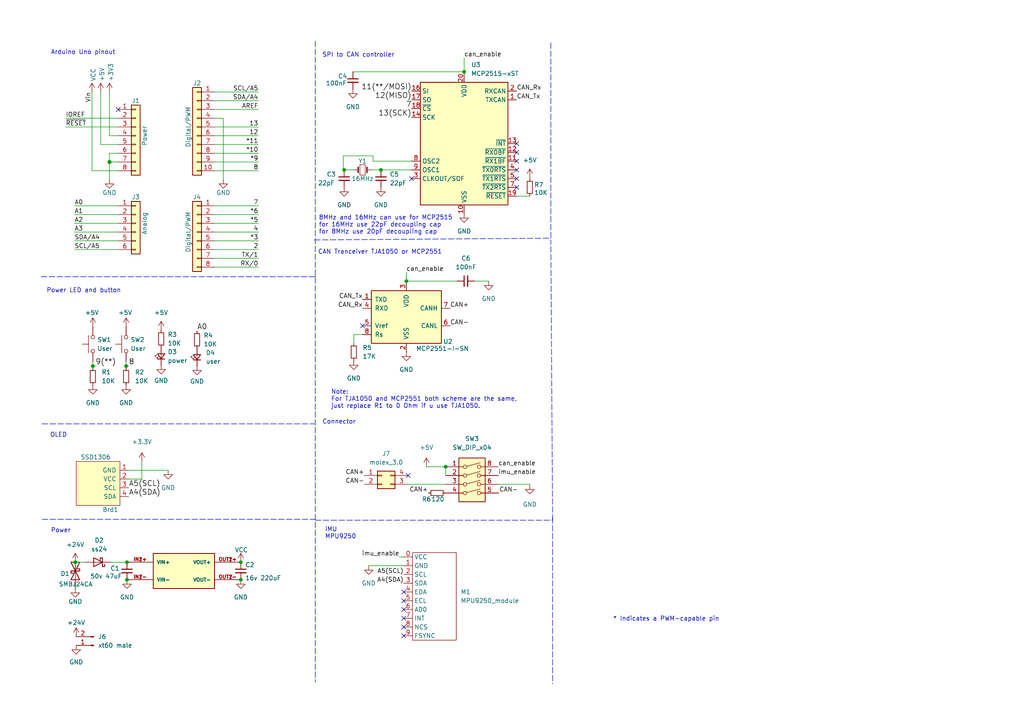
<source format=kicad_sch>
(kicad_sch (version 20211123) (generator eeschema)
  (paper "A4")
  (title_block (date "mar. 31 mars 2015"))
  (lib_symbols
    (symbol "+3.3V_1" (power) (pin_names (offset 0))
      (property "Value" "+3.3V_1" (at 0 3.556 0))
      (symbol "+3.3V_1_0_1"
        (polyline (pts (xy -0.762 1.27) (xy 0 2.54)))
        (polyline (pts (xy 0 0) (xy 0 2.54)))
        (polyline (pts (xy 0 2.54) (xy 0.762 1.27)))
      )
      (symbol "+3.3V_1_1_1"
        (pin power_in line (at 0 0 90) (length 0) hide (name "+3.3V") (number "1"))
      )
    )
    (symbol "Connector:Conn_01x02_Male" (pin_names (offset 1.016) hide)
      (property "Reference" "J" (at 0 2.54 0))
      (property "Value" "Conn_01x02_Male" (at 0 -5.08 0))
      (symbol "Conn_01x02_Male_1_1"
        (polyline (pts (xy 1.27 -2.54) (xy 0.8636 -2.54)) (stroke (width 0.1524)))
        (polyline (pts (xy 1.27 0) (xy 0.8636 0)) (stroke (width 0.1524)))
        (rectangle (start 0.8636 -2.413) (end 0 -2.667) (stroke (width 0.1524)) (fill (type outline)))
        (rectangle (start 0.8636 0.127) (end 0 -0.127) (stroke (width 0.1524)) (fill (type outline)))
        (pin passive line (at 5.08 0 180) (length 3.81) (name "Pin_1") (number "1"))
        (pin passive line (at 5.08 -2.54 180) (length 3.81) (name "Pin_2") (number "2"))
      )
    )
    (symbol "Connector_Generic:Conn_01x06" (pin_names (offset 1.016) hide)
      (property "Reference" "J" (at 0 7.62 0))
      (property "Value" "Conn_01x06" (at 0 -10.16 0))
      (symbol "Conn_01x06_1_1"
        (rectangle (start -1.27 -7.493) (end 0 -7.747) (stroke (width 0.1524)))
        (rectangle (start -1.27 -4.953) (end 0 -5.207) (stroke (width 0.1524)))
        (rectangle (start -1.27 -2.413) (end 0 -2.667) (stroke (width 0.1524)))
        (rectangle (start -1.27 0.127) (end 0 -0.127) (stroke (width 0.1524)))
        (rectangle (start -1.27 2.667) (end 0 2.413) (stroke (width 0.1524)))
        (rectangle (start -1.27 5.207) (end 0 4.953) (stroke (width 0.1524)))
        (rectangle (start -1.27 6.35) (end 1.27 -8.89) (stroke (width 0.254)) (fill (type background)))
        (pin passive line (at -5.08 5.08 0) (length 3.81) (name "Pin_1") (number "1"))
        (pin passive line (at -5.08 2.54 0) (length 3.81) (name "Pin_2") (number "2"))
        (pin passive line (at -5.08 0 0) (length 3.81) (name "Pin_3") (number "3"))
        (pin passive line (at -5.08 -2.54 0) (length 3.81) (name "Pin_4") (number "4"))
        (pin passive line (at -5.08 -5.08 0) (length 3.81) (name "Pin_5") (number "5"))
        (pin passive line (at -5.08 -7.62 0) (length 3.81) (name "Pin_6") (number "6"))
      )
    )
    (symbol "Connector_Generic:Conn_01x08" (pin_names (offset 1.016) hide)
      (property "Reference" "J" (at 0 10.16 0))
      (property "Value" "Conn_01x08" (at 0 -12.7 0))
      (symbol "Conn_01x08_1_1"
        (rectangle (start -1.27 -10.033) (end 0 -10.287) (stroke (width 0.1524)))
        (rectangle (start -1.27 -7.493) (end 0 -7.747) (stroke (width 0.1524)))
        (rectangle (start -1.27 -4.953) (end 0 -5.207) (stroke (width 0.1524)))
        (rectangle (start -1.27 -2.413) (end 0 -2.667) (stroke (width 0.1524)))
        (rectangle (start -1.27 0.127) (end 0 -0.127) (stroke (width 0.1524)))
        (rectangle (start -1.27 2.667) (end 0 2.413) (stroke (width 0.1524)))
        (rectangle (start -1.27 5.207) (end 0 4.953) (stroke (width 0.1524)))
        (rectangle (start -1.27 7.747) (end 0 7.493) (stroke (width 0.1524)))
        (rectangle (start -1.27 8.89) (end 1.27 -11.43) (stroke (width 0.254)) (fill (type background)))
        (pin passive line (at -5.08 7.62 0) (length 3.81) (name "Pin_1") (number "1"))
        (pin passive line (at -5.08 5.08 0) (length 3.81) (name "Pin_2") (number "2"))
        (pin passive line (at -5.08 2.54 0) (length 3.81) (name "Pin_3") (number "3"))
        (pin passive line (at -5.08 0 0) (length 3.81) (name "Pin_4") (number "4"))
        (pin passive line (at -5.08 -2.54 0) (length 3.81) (name "Pin_5") (number "5"))
        (pin passive line (at -5.08 -5.08 0) (length 3.81) (name "Pin_6") (number "6"))
        (pin passive line (at -5.08 -7.62 0) (length 3.81) (name "Pin_7") (number "7"))
        (pin passive line (at -5.08 -10.16 0) (length 3.81) (name "Pin_8") (number "8"))
      )
    )
    (symbol "Connector_Generic:Conn_01x10" (pin_names (offset 1.016) hide)
      (property "Reference" "J" (at 0 12.7 0))
      (property "Value" "Conn_01x10" (at 0 -15.24 0))
      (symbol "Conn_01x10_1_1"
        (rectangle (start -1.27 -12.573) (end 0 -12.827) (stroke (width 0.1524)))
        (rectangle (start -1.27 -10.033) (end 0 -10.287) (stroke (width 0.1524)))
        (rectangle (start -1.27 -7.493) (end 0 -7.747) (stroke (width 0.1524)))
        (rectangle (start -1.27 -4.953) (end 0 -5.207) (stroke (width 0.1524)))
        (rectangle (start -1.27 -2.413) (end 0 -2.667) (stroke (width 0.1524)))
        (rectangle (start -1.27 0.127) (end 0 -0.127) (stroke (width 0.1524)))
        (rectangle (start -1.27 2.667) (end 0 2.413) (stroke (width 0.1524)))
        (rectangle (start -1.27 5.207) (end 0 4.953) (stroke (width 0.1524)))
        (rectangle (start -1.27 7.747) (end 0 7.493) (stroke (width 0.1524)))
        (rectangle (start -1.27 10.287) (end 0 10.033) (stroke (width 0.1524)))
        (rectangle (start -1.27 11.43) (end 1.27 -13.97) (stroke (width 0.254)) (fill (type background)))
        (pin passive line (at -5.08 10.16 0) (length 3.81) (name "Pin_1") (number "1"))
        (pin passive line (at -5.08 -12.7 0) (length 3.81) (name "Pin_10") (number "10"))
        (pin passive line (at -5.08 7.62 0) (length 3.81) (name "Pin_2") (number "2"))
        (pin passive line (at -5.08 5.08 0) (length 3.81) (name "Pin_3") (number "3"))
        (pin passive line (at -5.08 2.54 0) (length 3.81) (name "Pin_4") (number "4"))
        (pin passive line (at -5.08 0 0) (length 3.81) (name "Pin_5") (number "5"))
        (pin passive line (at -5.08 -2.54 0) (length 3.81) (name "Pin_6") (number "6"))
        (pin passive line (at -5.08 -5.08 0) (length 3.81) (name "Pin_7") (number "7"))
        (pin passive line (at -5.08 -7.62 0) (length 3.81) (name "Pin_8") (number "8"))
        (pin passive line (at -5.08 -10.16 0) (length 3.81) (name "Pin_9") (number "9"))
      )
    )
    (symbol "Connector_Generic:Conn_02x02_Counter_Clockwise" (pin_names (offset 1.016) hide)
      (property "Reference" "J" (at 1.27 2.54 0))
      (property "Value" "Conn_02x02_Counter_Clockwise" (at 1.27 -5.08 0))
      (symbol "Conn_02x02_Counter_Clockwise_1_1"
        (rectangle (start -1.27 -2.413) (end 0 -2.667) (stroke (width 0.1524)))
        (rectangle (start -1.27 0.127) (end 0 -0.127) (stroke (width 0.1524)))
        (rectangle (start -1.27 1.27) (end 3.81 -3.81) (stroke (width 0.254)) (fill (type background)))
        (rectangle (start 3.81 -2.413) (end 2.54 -2.667) (stroke (width 0.1524)))
        (rectangle (start 3.81 0.127) (end 2.54 -0.127) (stroke (width 0.1524)))
        (pin passive line (at -5.08 0 0) (length 3.81) (name "Pin_1") (number "1"))
        (pin passive line (at -5.08 -2.54 0) (length 3.81) (name "Pin_2") (number "2"))
        (pin passive line (at 7.62 -2.54 180) (length 3.81) (name "Pin_3") (number "3"))
        (pin passive line (at 7.62 0 180) (length 3.81) (name "Pin_4") (number "4"))
      )
    )
    (symbol "D_Schottky_2" (pin_numbers hide) (pin_names (offset 1.016) hide)
      (property "Reference" "D7" (at 2.794 1.5876 90))
      (property "Value" "D_Schottky_2" (at 2.794 -0.9524 90))
      (symbol "D_Schottky_2_0_1"
        (polyline (pts (xy 1.27 0) (xy -1.27 0)))
        (polyline (pts (xy -3.81 -1.27) (xy -3.81 1.27) (xy -1.27 0) (xy -3.81 -1.27)) (stroke (width 0.254)))
        (polyline (pts (xy 1.27 1.27) (xy 1.27 -1.27) (xy -1.27 0) (xy 1.27 1.27)) (stroke (width 0.254)))
        (polyline (pts (xy -1.905 0.635) (xy -1.905 1.27) (xy -1.27 1.27) (xy -1.27 -1.27) (xy -0.635 -1.27) (xy -0.635 -0.635)) (stroke (width 0.254)))
      )
      (symbol "D_Schottky_2_1_1"
        (pin passive line (at -3.81 0 0) (length 2.54) (name "K") (number "1"))
        (pin passive line (at 3.81 0 180) (length 2.54) (name "A") (number "2"))
      )
    )
    (symbol "Device:C_Small" (pin_numbers hide) (pin_names (offset 0.254) hide)
      (property "Reference" "C" (at 0.254 1.778 0))
      (property "Value" "C_Small" (at 0.254 -2.032 0))
      (symbol "C_Small_0_1"
        (polyline (pts (xy -1.524 -0.508) (xy 1.524 -0.508)) (stroke (width 0.3302)))
        (polyline (pts (xy -1.524 0.508) (xy 1.524 0.508)) (stroke (width 0.3048)))
      )
      (symbol "C_Small_1_1"
        (pin passive line (at 0 2.54 270) (length 2.032) (name "~") (number "1"))
        (pin passive line (at 0 -2.54 90) (length 2.032) (name "~") (number "2"))
      )
    )
    (symbol "Device:Crystal_Small" (pin_numbers hide) (pin_names (offset 1.016) hide)
      (property "Reference" "Y" (at 0 2.54 0))
      (property "Value" "Crystal_Small" (at 0 -2.54 0))
      (symbol "Crystal_Small_0_1"
        (rectangle (start -0.762 -1.524) (end 0.762 1.524))
        (polyline (pts (xy -1.27 -0.762) (xy -1.27 0.762)) (stroke (width 0.381)))
        (polyline (pts (xy 1.27 -0.762) (xy 1.27 0.762)) (stroke (width 0.381)))
      )
      (symbol "Crystal_Small_1_1"
        (pin passive line (at -2.54 0 0) (length 1.27) (name "1") (number "1"))
        (pin passive line (at 2.54 0 180) (length 1.27) (name "2") (number "2"))
      )
    )
    (symbol "Device:D_Schottky" (pin_numbers hide) (pin_names (offset 1.016) hide)
      (property "Reference" "D" (at 0 2.54 0))
      (property "Value" "D_Schottky" (at 0 -2.54 0))
      (symbol "D_Schottky_0_1"
        (polyline (pts (xy 1.27 0) (xy -1.27 0)))
        (polyline (pts (xy 1.27 1.27) (xy 1.27 -1.27) (xy -1.27 0) (xy 1.27 1.27)) (stroke (width 0.254)))
        (polyline (pts (xy -1.905 0.635) (xy -1.905 1.27) (xy -1.27 1.27) (xy -1.27 -1.27) (xy -0.635 -1.27) (xy -0.635 -0.635)) (stroke (width 0.254)))
      )
      (symbol "D_Schottky_1_1"
        (pin passive line (at -3.81 0 0) (length 2.54) (name "K") (number "1"))
        (pin passive line (at 3.81 0 180) (length 2.54) (name "A") (number "2"))
      )
    )
    (symbol "Device:LED_Small" (pin_numbers hide) (pin_names (offset 0.254) hide)
      (property "Reference" "D" (at -1.27 3.175 0))
      (property "Value" "LED_Small" (at -4.445 -2.54 0))
      (symbol "LED_Small_0_1"
        (polyline (pts (xy -0.762 -1.016) (xy -0.762 1.016)) (stroke (width 0.254)))
        (polyline (pts (xy 1.016 0) (xy -0.762 0)))
        (polyline (pts (xy 0.762 -1.016) (xy -0.762 0) (xy 0.762 1.016) (xy 0.762 -1.016)) (stroke (width 0.254)))
        (polyline (pts (xy 0 0.762) (xy -0.508 1.27) (xy -0.254 1.27) (xy -0.508 1.27) (xy -0.508 1.016)))
        (polyline (pts (xy 0.508 1.27) (xy 0 1.778) (xy 0.254 1.778) (xy 0 1.778) (xy 0 1.524)))
      )
      (symbol "LED_Small_1_1"
        (pin passive line (at -2.54 0 0) (length 1.778) (name "K") (number "1"))
        (pin passive line (at 2.54 0 180) (length 1.778) (name "A") (number "2"))
      )
    )
    (symbol "Device:R_Small" (pin_numbers hide) (pin_names (offset 0.254) hide)
      (property "Reference" "R" (at 0.762 0.508 0))
      (property "Value" "R_Small" (at 0.762 -1.016 0))
      (symbol "R_Small_0_1"
        (rectangle (start -0.762 1.778) (end 0.762 -1.778) (stroke (width 0.2032)))
      )
      (symbol "R_Small_1_1"
        (pin passive line (at 0 2.54 270) (length 0.762) (name "~") (number "1"))
        (pin passive line (at 0 -2.54 90) (length 0.762) (name "~") (number "2"))
      )
    )
    (symbol "Interface_CAN_LIN:MCP2515-xST"
      (property "Reference" "U" (at -10.16 19.685 0))
      (property "Value" "MCP2515-xST" (at 19.05 20.32 0))
      (symbol "MCP2515-xST_0_1"
        (rectangle (start -12.7 17.78) (end 12.7 -17.78) (stroke (width 0.254)) (fill (type background)))
      )
      (symbol "MCP2515-xST_1_1"
        (pin output line (at 15.24 12.7 180) (length 2.54) (name "TXCAN") (number "1"))
        (pin power_in line (at 0 -20.32 90) (length 2.54) (name "VSS") (number "10"))
        (pin output line (at 15.24 -5.08 180) (length 2.54) (name "~{RX1BF}") (number "11"))
        (pin output line (at 15.24 -2.54 180) (length 2.54) (name "~{RX0BF}") (number "12"))
        (pin output line (at 15.24 0 180) (length 2.54) (name "~{INT}") (number "13"))
        (pin input line (at -15.24 7.62 0) (length 2.54) (name "SCK") (number "14"))
        (pin no_connect line (at -12.7 -2.54 0) (length 2.54) hide (name "NC") (number "15"))
        (pin input line (at -15.24 15.24 0) (length 2.54) (name "SI") (number "16"))
        (pin output line (at -15.24 12.7 0) (length 2.54) (name "SO") (number "17"))
        (pin input line (at -15.24 10.16 0) (length 2.54) (name "~{CS}") (number "18"))
        (pin input line (at 15.24 -15.24 180) (length 2.54) (name "~{RESET}") (number "19"))
        (pin input line (at 15.24 15.24 180) (length 2.54) (name "RXCAN") (number "2"))
        (pin power_in line (at 0 20.32 270) (length 2.54) (name "VDD") (number "20"))
        (pin output line (at -15.24 -10.16 0) (length 2.54) (name "CLKOUT/SOF") (number "3"))
        (pin input line (at 15.24 -7.62 180) (length 2.54) (name "~{TX0RTS}") (number "4"))
        (pin input line (at 15.24 -10.16 180) (length 2.54) (name "~{TX1RTS}") (number "5"))
        (pin no_connect line (at -12.7 0 0) (length 2.54) hide (name "NC") (number "6"))
        (pin input line (at 15.24 -12.7 180) (length 2.54) (name "~{TX2RTS}") (number "7"))
        (pin output line (at -15.24 -5.08 0) (length 2.54) (name "OSC2") (number "8"))
        (pin input line (at -15.24 -7.62 0) (length 2.54) (name "OSC1") (number "9"))
      )
    )
    (symbol "Interface_CAN_LIN:MCP2551-I-SN" (pin_names (offset 1.016))
      (property "Reference" "U" (at -10.16 8.89 0))
      (property "Value" "MCP2551-I-SN" (at 2.54 8.89 0))
      (symbol "MCP2551-I-SN_0_1"
        (rectangle (start -10.16 7.62) (end 10.16 -7.62) (stroke (width 0.254)) (fill (type background)))
      )
      (symbol "MCP2551-I-SN_1_1"
        (pin input line (at -12.7 5.08 0) (length 2.54) (name "TXD") (number "1"))
        (pin power_in line (at 0 -10.16 90) (length 2.54) (name "VSS") (number "2"))
        (pin power_in line (at 0 10.16 270) (length 2.54) (name "VDD") (number "3"))
        (pin output line (at -12.7 2.54 0) (length 2.54) (name "RXD") (number "4"))
        (pin power_out line (at -12.7 -2.54 0) (length 2.54) (name "Vref") (number "5"))
        (pin bidirectional line (at 12.7 -2.54 180) (length 2.54) (name "CANL") (number "6"))
        (pin bidirectional line (at 12.7 2.54 180) (length 2.54) (name "CANH") (number "7"))
        (pin input line (at -12.7 -5.08 0) (length 2.54) (name "Rs") (number "8"))
      )
    )
    (symbol "PolyuRobotics:MP1584" (pin_names (offset 1.016))
      (symbol "MP1584_0_0"
        (rectangle (start -7.62 -5.08) (end 10.16 5.08) (stroke (width 0.254)) (fill (type background)))
        (pin input line (at -15.24 2.54 0) (length 7.62) (name "VIN+") (number "IN1+"))
        (pin input line (at -15.24 -2.54 0) (length 7.62) (name "VIN-") (number "IN1-"))
        (pin input line (at -15.24 2.54 0) (length 7.62) (name "VIN+") (number "IN2+"))
        (pin input line (at -15.24 -2.54 0) (length 7.62) (name "VIN-") (number "IN2-"))
        (pin output line (at 17.78 2.54 180) (length 7.62) (name "VOUT+") (number "OUT1+"))
        (pin output line (at 17.78 -2.54 180) (length 7.62) (name "VOUT-") (number "OUT1-"))
        (pin output line (at 17.78 2.54 180) (length 7.62) (name "VOUT+") (number "OUT2+"))
        (pin output line (at 17.78 -2.54 180) (length 7.62) (name "VOUT-") (number "OUT2-"))
      )
    )
    (symbol "PolyuRobotics:MPU9250_module"
      (property "Reference" "M" (at 1.27 0 0))
      (property "Value" "MPU9250_module" (at 0 8.89 0))
      (symbol "MPU9250_module_0_1"
        (rectangle (start -6.35 7.62) (end 6.35 -17.78))
      )
      (symbol "MPU9250_module_1_1"
        (pin power_in line (at -8.89 6.35 0) (length 2.54) (name "VCC") (number "0"))
        (pin power_in line (at -8.89 3.81 0) (length 2.54) (name "GND") (number "1"))
        (pin bidirectional line (at -8.89 1.27 0) (length 2.54) (name "SCL") (number "2"))
        (pin bidirectional line (at -8.89 -1.27 0) (length 2.54) (name "SDA") (number "3"))
        (pin bidirectional line (at -8.89 -3.81 0) (length 2.54) (name "EDA") (number "4"))
        (pin bidirectional line (at -8.89 -6.35 0) (length 2.54) (name "ECL") (number "5"))
        (pin bidirectional line (at -8.89 -8.89 0) (length 2.54) (name "AD0") (number "6"))
        (pin bidirectional line (at -8.89 -11.43 0) (length 2.54) (name "INT") (number "7"))
        (pin bidirectional line (at -8.89 -13.97 0) (length 2.54) (name "NCS") (number "8"))
        (pin bidirectional line (at -8.89 -16.51 0) (length 2.54) (name "FSYNC") (number "9"))
      )
    )
    (symbol "PolyuRobotics:SSD1306" (pin_names (offset 1.016))
      (property "Reference" "Brd" (at 0 -3.81 0))
      (property "Value" "SSD1306" (at 0 -1.27 0))
      (symbol "SSD1306_0_1"
        (rectangle (start -6.35 6.35) (end 6.35 -6.35) (fill (type background)))
      )
      (symbol "SSD1306_1_1"
        (pin input line (at -3.81 8.89 270) (length 2.54) (name "GND") (number "1"))
        (pin input line (at -1.27 8.89 270) (length 2.54) (name "VCC") (number "2"))
        (pin input line (at 1.27 8.89 270) (length 2.54) (name "SCL") (number "3"))
        (pin input line (at 3.81 8.89 270) (length 2.54) (name "SDA") (number "4"))
      )
    )
    (symbol "Switch:SW_DIP_x04" (pin_names (offset 0) hide)
      (property "Reference" "SW" (at 0 8.89 0))
      (property "Value" "SW_DIP_x04" (at 0 -6.35 0))
      (symbol "SW_DIP_x04_0_0"
        (circle (center -2.032 -2.54) (radius 0.508))
        (circle (center -2.032 0) (radius 0.508))
        (circle (center -2.032 2.54) (radius 0.508))
        (circle (center -2.032 5.08) (radius 0.508))
        (polyline (pts (xy -1.524 -2.3876) (xy 2.3622 -1.3462)))
        (polyline (pts (xy -1.524 0.127) (xy 2.3622 1.1684)))
        (polyline (pts (xy -1.524 2.667) (xy 2.3622 3.7084)))
        (polyline (pts (xy -1.524 5.207) (xy 2.3622 6.2484)))
        (circle (center 2.032 -2.54) (radius 0.508))
        (circle (center 2.032 0) (radius 0.508))
        (circle (center 2.032 2.54) (radius 0.508))
        (circle (center 2.032 5.08) (radius 0.508))
      )
      (symbol "SW_DIP_x04_0_1"
        (rectangle (start -3.81 7.62) (end 3.81 -5.08) (stroke (width 0.254)) (fill (type background)))
      )
      (symbol "SW_DIP_x04_1_1"
        (pin passive line (at -7.62 5.08 0) (length 5.08) (name "~") (number "1"))
        (pin passive line (at -7.62 2.54 0) (length 5.08) (name "~") (number "2"))
        (pin passive line (at -7.62 0 0) (length 5.08) (name "~") (number "3"))
        (pin passive line (at -7.62 -2.54 0) (length 5.08) (name "~") (number "4"))
        (pin passive line (at 7.62 -2.54 180) (length 5.08) (name "~") (number "5"))
        (pin passive line (at 7.62 0 180) (length 5.08) (name "~") (number "6"))
        (pin passive line (at 7.62 2.54 180) (length 5.08) (name "~") (number "7"))
        (pin passive line (at 7.62 5.08 180) (length 5.08) (name "~") (number "8"))
      )
    )
    (symbol "Switch:SW_Push" (pin_numbers hide) (pin_names (offset 1.016) hide)
      (property "Reference" "SW" (at 1.27 2.54 0))
      (property "Value" "SW_Push" (at 0 -1.524 0))
      (symbol "SW_Push_0_1"
        (circle (center -2.032 0) (radius 0.508))
        (polyline (pts (xy 0 1.27) (xy 0 3.048)))
        (polyline (pts (xy 2.54 1.27) (xy -2.54 1.27)))
        (circle (center 2.032 0) (radius 0.508))
        (pin passive line (at -5.08 0 0) (length 2.54) (name "1") (number "1"))
        (pin passive line (at 5.08 0 180) (length 2.54) (name "2") (number "2"))
      )
    )
    (symbol "power:+24V" (power) (pin_names (offset 0))
      (property "Value" "+24V" (at 0 3.556 0))
      (symbol "+24V_0_1"
        (polyline (pts (xy -0.762 1.27) (xy 0 2.54)))
        (polyline (pts (xy 0 0) (xy 0 2.54)))
        (polyline (pts (xy 0 2.54) (xy 0.762 1.27)))
      )
      (symbol "+24V_1_1"
        (pin power_in line (at 0 0 90) (length 0) hide (name "+24V") (number "1"))
      )
    )
    (symbol "power:+3V3" (power) (pin_names (offset 0))
      (property "Value" "+3V3" (at 0 3.556 0))
      (symbol "+3V3_0_1"
        (polyline (pts (xy -0.762 1.27) (xy 0 2.54)))
        (polyline (pts (xy 0 0) (xy 0 2.54)))
        (polyline (pts (xy 0 2.54) (xy 0.762 1.27)))
      )
      (symbol "+3V3_1_1"
        (pin power_in line (at 0 0 90) (length 0) hide (name "+3V3") (number "1"))
      )
    )
    (symbol "power:+5V" (power) (pin_names (offset 0))
      (property "Value" "+5V" (at 0 3.556 0))
      (symbol "+5V_0_1"
        (polyline (pts (xy -0.762 1.27) (xy 0 2.54)))
        (polyline (pts (xy 0 0) (xy 0 2.54)))
        (polyline (pts (xy 0 2.54) (xy 0.762 1.27)))
      )
      (symbol "+5V_1_1"
        (pin power_in line (at 0 0 90) (length 0) hide (name "+5V") (number "1"))
      )
    )
    (symbol "power:GND" (power) (pin_names (offset 0))
      (property "Value" "GND" (at 0 -3.81 0))
      (symbol "GND_0_1"
        (polyline (pts (xy 0 0) (xy 0 -1.27) (xy 1.27 -1.27) (xy 0 -2.54) (xy -1.27 -1.27) (xy 0 -1.27)))
      )
      (symbol "GND_1_1"
        (pin power_in line (at 0 0 270) (length 0) hide (name "GND") (number "1"))
      )
    )
    (symbol "power:VCC" (power) (pin_names (offset 0))
      (property "Value" "VCC" (at 0 3.81 0))
      (symbol "VCC_0_1"
        (polyline (pts (xy -0.762 1.27) (xy 0 2.54)))
        (polyline (pts (xy 0 0) (xy 0 2.54)))
        (polyline (pts (xy 0 2.54) (xy 0.762 1.27)))
      )
      (symbol "VCC_1_1"
        (pin power_in line (at 0 0 90) (length 0) hide (name "VCC") (number "1"))
      )
    )
  )
  (junction (at 134.62 20.828))
  (junction (at 21.844 163.068))
  (junction (at 110.49 49.276))
  (junction (at 26.924 106.172))
  (junction (at 129.286 135.382))
  (junction (at 31.75 46.99) (diameter 1.016))
  (junction (at 36.83 168.148))
  (junction (at 36.83 163.068))
  (junction (at 69.85 168.148))
  (junction (at 117.856 81.534))
  (junction (at 99.822 49.276))
  (junction (at 69.85 163.068))
  (junction (at 36.576 106.172))
  (no_connect (at 149.86 41.656))
  (no_connect (at 117.094 171.704))
  (no_connect (at 149.86 46.736))
  (no_connect (at 119.38 51.816))
  (no_connect (at 149.86 49.276))
  (no_connect (at 149.86 44.196))
  (no_connect (at 118.364 137.922))
  (no_connect (at 117.094 184.404))
  (no_connect (at 105.156 94.488))
  (no_connect (at 149.86 51.816))
  (no_connect (at 117.094 176.784))
  (no_connect (at 117.094 181.864))
  (no_connect (at 34.29 31.75))
  (no_connect (at 117.094 179.324))
  (no_connect (at 149.86 54.356))
  (no_connect (at 117.094 174.244))
  (wire (pts (xy 62.23 77.47) (xy 74.93 77.47)))
  (polyline (pts (xy 91.44 80.264) (xy 91.44 80.01)))
  (wire (pts (xy 62.23 44.45) (xy 74.93 44.45)))
  (wire (pts (xy 62.23 26.67) (xy 74.93 26.67)))
  (wire (pts (xy 107.696 49.276) (xy 110.49 49.276)))
  (wire (pts (xy 69.596 163.068) (xy 69.85 163.068)))
  (wire (pts (xy 153.67 51.816) (xy 153.67 51.562)))
  (wire (pts (xy 26.924 104.902) (xy 26.924 106.172)))
  (wire (pts (xy 153.67 140.462) (xy 153.67 140.716)))
  (wire (pts (xy 31.75 44.45) (xy 31.75 46.99)))
  (wire (pts (xy 108.204 46.736) (xy 119.38 46.736)))
  (wire (pts (xy 21.59 72.39) (xy 34.29 72.39)))
  (wire (pts (xy 134.62 20.828) (xy 134.62 21.336)))
  (wire (pts (xy 117.856 81.534) (xy 117.856 81.788)))
  (polyline (pts (xy 91.186 69.596) (xy 159.766 69.088)))
  (wire (pts (xy 41.148 133.858) (xy 41.148 138.938)))
  (wire (pts (xy 119.38 49.276) (xy 110.49 49.276)))
  (wire (pts (xy 37.338 106.172) (xy 36.576 106.172)))
  (wire (pts (xy 99.822 49.276) (xy 102.616 49.276)))
  (wire (pts (xy 31.75 46.99) (xy 31.75 52.07)))
  (wire (pts (xy 36.576 104.902) (xy 36.576 106.172)))
  (wire (pts (xy 31.75 39.37) (xy 34.29 39.37)))
  (wire (pts (xy 29.21 41.91) (xy 34.29 41.91)))
  (wire (pts (xy 29.21 26.67) (xy 29.21 41.91)))
  (wire (pts (xy 153.67 140.462) (xy 144.526 140.462)))
  (wire (pts (xy 62.23 36.83) (xy 74.93 36.83)))
  (polyline (pts (xy 91.44 11.938) (xy 91.44 197.866)))
  (wire (pts (xy 31.75 26.67) (xy 31.75 39.37)))
  (wire (pts (xy 62.23 59.69) (xy 74.93 59.69)))
  (wire (pts (xy 34.29 59.69) (xy 21.59 59.69)))
  (wire (pts (xy 102.616 97.028) (xy 102.616 99.568)))
  (wire (pts (xy 62.23 39.37) (xy 74.93 39.37)))
  (polyline (pts (xy 160.274 150.114) (xy 160.274 198.374)))
  (wire (pts (xy 26.924 106.172) (xy 26.924 106.68)))
  (wire (pts (xy 62.23 62.23) (xy 74.93 62.23)))
  (polyline (pts (xy 11.938 80.264) (xy 91.44 80.264)))
  (wire (pts (xy 27.686 106.172) (xy 26.924 106.172)))
  (wire (pts (xy 108.204 45.212) (xy 99.568 45.212)))
  (wire (pts (xy 62.23 46.99) (xy 74.93 46.99)))
  (polyline (pts (xy 159.766 12.446) (xy 159.766 69.088)))
  (wire (pts (xy 48.768 136.398) (xy 37.338 136.398)))
  (wire (pts (xy 62.23 67.31) (xy 74.93 67.31)))
  (wire (pts (xy 134.62 16.764) (xy 134.62 20.828)))
  (wire (pts (xy 19.05 34.29) (xy 34.29 34.29)))
  (wire (pts (xy 99.822 49.276) (xy 99.568 49.276)))
  (wire (pts (xy 64.77 34.29) (xy 64.77 52.07)))
  (wire (pts (xy 118.364 140.462) (xy 129.286 140.462)))
  (wire (pts (xy 62.23 31.75) (xy 74.93 31.75)))
  (wire (pts (xy 32.258 163.068) (xy 36.83 163.068)))
  (wire (pts (xy 106.934 164.084) (xy 117.094 164.084)))
  (polyline (pts (xy 12.192 150.622) (xy 91.44 150.622)))
  (wire (pts (xy 34.29 64.77) (xy 21.59 64.77)))
  (wire (pts (xy 19.05 36.83) (xy 34.29 36.83)))
  (wire (pts (xy 105.156 97.028) (xy 102.616 97.028)))
  (wire (pts (xy 108.204 45.212) (xy 108.204 46.736)))
  (polyline (pts (xy 160.274 150.876) (xy 159.766 69.596)))
  (wire (pts (xy 34.29 46.99) (xy 31.75 46.99)))
  (wire (pts (xy 141.732 81.534) (xy 137.668 81.534)))
  (wire (pts (xy 117.856 78.994) (xy 117.856 81.534)))
  (wire (pts (xy 129.286 135.382) (xy 129.286 137.922)))
  (wire (pts (xy 41.148 138.938) (xy 37.338 138.938)))
  (wire (pts (xy 34.29 49.53) (xy 26.67 49.53)))
  (wire (pts (xy 21.59 62.23) (xy 34.29 62.23)))
  (wire (pts (xy 149.86 56.896) (xy 153.67 56.896)))
  (wire (pts (xy 99.568 45.212) (xy 99.568 49.276)))
  (wire (pts (xy 62.23 34.29) (xy 64.77 34.29)))
  (wire (pts (xy 115.824 161.544) (xy 117.094 161.544)))
  (wire (pts (xy 34.29 44.45) (xy 31.75 44.45)))
  (wire (pts (xy 134.62 20.828) (xy 102.362 20.828)))
  (wire (pts (xy 62.23 41.91) (xy 74.93 41.91)))
  (wire (pts (xy 62.23 64.77) (xy 74.93 64.77)))
  (polyline (pts (xy 91.44 150.876) (xy 160.274 150.876)))
  (wire (pts (xy 36.576 106.172) (xy 36.576 106.68)))
  (wire (pts (xy 21.59 67.31) (xy 34.29 67.31)))
  (polyline (pts (xy 12.192 122.936) (xy 91.186 122.936)))
  (wire (pts (xy 132.588 81.534) (xy 117.856 81.534)))
  (wire (pts (xy 123.698 135.382) (xy 129.286 135.382)))
  (wire (pts (xy 62.23 29.21) (xy 74.93 29.21)))
  (wire (pts (xy 62.23 72.39) (xy 74.93 72.39)))
  (wire (pts (xy 62.23 69.85) (xy 74.93 69.85)))
  (wire (pts (xy 21.844 163.068) (xy 24.638 163.068)))
  (wire (pts (xy 62.23 74.93) (xy 74.93 74.93)))
  (wire (pts (xy 26.67 49.53) (xy 26.67 26.67)))
  (wire (pts (xy 144.526 143.002) (xy 144.78 143.002)))
  (wire (pts (xy 34.29 69.85) (xy 21.59 69.85)))
  (wire (pts (xy 62.23 49.53) (xy 74.93 49.53)))
  (text "IMU\nMPU9250" (at 94.234 156.464 0) (effects (font (size 1.27 1.27)) (justify left bottom)))
  (text "Note:\nFor TJA1050 and MCP2551 both scheme are the same,\njust replace R1 to 0 Ohm if u use TJA1050.   " (at 96.012 118.618 0) (effects (font (size 1.27 1.27)) (justify left bottom)))
  (text "SPI to CAN controller" (at 93.472 16.764 0) (effects (font (size 1.27 1.27)) (justify left bottom)))
  (text "Arduino Uno pinout\n" (at 14.732 16.002 0) (effects (font (size 1.27 1.27)) (justify left bottom)))
  (text "8MHz and 16MHz can use for MCP2515\nfor 16MHz use 22pF decoupling cap\nfor 8MHz use 20pF decoupling cap" (at 92.456 68.072 0) (effects (font (size 1.27 1.27)) (justify left bottom)))
  (text "OLED" (at 14.478 127 0) (effects (font (size 1.27 1.27)) (justify left bottom)))
  (text "Power LED and button \n" (at 13.462 85.09 0) (effects (font (size 1.27 1.27)) (justify left bottom)))
  (text "* Indicates a PWM-capable pin" (at 177.8 180.34 0) (effects (font (size 1.27 1.27)) (justify left bottom)))
  (text "Power\n" (at 14.732 154.686 0) (effects (font (size 1.27 1.27)) (justify left bottom)))
  (text "Connector" (at 93.472 123.19 0) (effects (font (size 1.27 1.27)) (justify left bottom)))
  (text "CAN Tranceiver TJA1050 or MCP2551\n" (at 92.202 73.914 0) (effects (font (size 1.27 1.27)) (justify left bottom)))
  (label "RX{slash}0" (at 74.93 77.47 180))
  (label "A2" (at 21.59 64.77 0))
  (label "4" (at 74.93 67.31 180))
  (label "CAN_Tx" (at 149.86 28.956 0))
  (label "2" (at 74.93 72.39 180))
  (label "A3" (at 21.59 67.31 0))
  (label "13" (at 74.93 36.83 180))
  (label "can_enable" (at 144.526 135.382 0))
  (label "12" (at 74.93 39.37 180))
  (label "13(SCK)" (at 119.38 34.036 180) (effects (font (size 1.524 1.524))))
  (label "~{RESET}" (at 19.05 36.83 0))
  (label "*10" (at 74.93 44.45 180))
  (label "CAN+" (at 130.556 89.408 0))
  (label "can_enable" (at 134.62 16.764 0))
  (label "CAN-" (at 130.556 94.488 0))
  (label "imu_enable" (at 115.824 161.544 180))
  (label "imu_enable" (at 144.526 137.922 0))
  (label "CAN-" (at 144.78 143.002 0))
  (label "A5(SCL)" (at 117.094 166.624 180))
  (label "A0" (at 57.15 96.012 0) (effects (font (size 1.524 1.524))))
  (label "8" (at 37.338 106.172 0) (effects (font (size 1.524 1.524))))
  (label "A4(SDA)" (at 37.338 144.018 0) (effects (font (size 1.524 1.524))))
  (label "CAN_Tx" (at 105.156 86.868 180))
  (label "CAN+" (at 105.664 137.922 180))
  (label "7" (at 74.93 59.69 180))
  (label "SDA{slash}A4" (at 74.93 29.21 180))
  (label "8" (at 74.93 49.53 180))
  (label "7" (at 119.38 31.496 180) (effects (font (size 1.524 1.524))))
  (label "12(MISO)" (at 119.38 28.956 180) (effects (font (size 1.524 1.524))))
  (label "*11" (at 74.93 41.91 180))
  (label "*3" (at 74.93 69.85 180))
  (label "A1" (at 21.59 62.23 0))
  (label "TX{slash}1" (at 74.93 74.93 180))
  (label "CAN_Rx" (at 105.156 89.408 180))
  (label "A0" (at 21.59 59.69 0))
  (label "AREF" (at 74.93 31.75 180))
  (label "A5(SCL)" (at 37.338 141.478 0) (effects (font (size 1.524 1.524))))
  (label "A4(SDA)" (at 117.094 169.164 180))
  (label "Vin" (at 26.67 26.67 270))
  (label "*6" (at 74.93 62.23 180))
  (label "SCL{slash}A5" (at 74.93 26.67 180))
  (label "*9" (at 74.93 46.99 180))
  (label "CAN-" (at 105.664 140.462 180))
  (label "*5" (at 74.93 64.77 180))
  (label "CAN_Rx" (at 149.86 26.416 0))
  (label "IOREF" (at 19.05 34.29 0))
  (label "SDA{slash}A4" (at 21.59 69.85 0))
  (label "SCL{slash}A5" (at 21.59 72.39 0))
  (label "CAN+" (at 124.206 143.002 180))
  (label "11(**/MOSI)" (at 119.38 26.416 180) (effects (font (size 1.524 1.524))))
  (label "can_enable" (at 117.856 78.994 0))
  (label "9(**)" (at 27.686 106.172 0) (effects (font (size 1.524 1.524))))
  (symbol (lib_id "Connector_Generic:Conn_01x08") (at 39.37 39.37 0) (unit 1)
    (property "Reference" "J1" (at 39.37 29.21 0))
    (property "Value" "Power" (at 41.91 39.37 90))
    (property "Footprint" "Connector_PinSocket_2.54mm:PinSocket_1x08_P2.54mm_Vertical" (effects hide))
  )
  (symbol (lib_id "power:+3V3") (at 31.75 26.67 0) (unit 1)
    (property "Reference" "#PWR03" (effects hide))
    (property "Value" "+3.3V" (at 32.131 23.622 90) (effects (justify left)))
  )
  (symbol (lib_id "power:+5V") (at 29.21 26.67 0) (unit 1)
    (property "Reference" "#PWR02" (effects hide))
    (property "Value" "+5V" (at 29.5656 23.622 90) (effects (justify left)))
  )
  (symbol (lib_id "power:GND") (at 31.75 52.07 0) (unit 1)
    (property "Reference" "#PWR04" (effects hide))
    (property "Value" "GND" (at 31.75 55.88 0))
  )
  (symbol (lib_id "Connector_Generic:Conn_01x10") (at 57.15 36.83 0) (mirror y) (unit 1)
    (property "Reference" "J2" (at 57.15 24.13 0))
    (property "Value" "Digital/PWM" (at 54.61 36.83 90))
    (property "Footprint" "Connector_PinSocket_2.54mm:PinSocket_1x10_P2.54mm_Vertical" (effects hide))
  )
  (symbol (lib_id "power:GND") (at 64.77 52.07 0) (unit 1)
    (property "Reference" "#PWR05" (effects hide))
    (property "Value" "GND" (at 64.77 55.88 0))
  )
  (symbol (lib_id "Connector_Generic:Conn_01x06") (at 39.37 64.77 0) (unit 1)
    (property "Reference" "J3" (at 39.37 57.15 0))
    (property "Value" "Analog" (at 41.91 64.77 90))
    (property "Footprint" "Connector_PinSocket_2.54mm:PinSocket_1x06_P2.54mm_Vertical" (effects hide))
  )
  (symbol (lib_id "Connector_Generic:Conn_01x08") (at 57.15 67.31 0) (mirror y) (unit 1)
    (property "Reference" "J4" (at 57.15 57.15 0))
    (property "Value" "Digital/PWM" (at 54.61 67.31 90))
    (property "Footprint" "Connector_PinSocket_2.54mm:PinSocket_1x08_P2.54mm_Vertical" (effects hide))
  )
  (symbol (lib_id "Device:D_Schottky") (at 28.448 163.068 180) (unit 1)
    (property "Reference" "D2" (at 28.7655 156.718 0))
    (property "Value" "ss24" (at 28.7655 159.258 0))
    (property "Footprint" "Diode_SMD:D_SMB_Handsoldering" (effects hide))
  )
  (symbol (lib_id "Device:R_Small") (at 36.576 109.22 0) (unit 1)
    (property "Reference" "R2" (at 39.116 107.9499 0) (effects (justify left)))
    (property "Value" "10K" (at 39.116 110.4899 0) (effects (justify left)))
    (property "Footprint" "Resistor_SMD:R_0805_2012Metric_Pad1.20x1.40mm_HandSolder" (effects hide))
  )
  (symbol (lib_id "power:GND") (at 110.49 54.356 0) (unit 1)
    (property "Reference" "#PWR0103" (effects hide))
    (property "Value" "GND" (at 110.49 59.436 0))
  )
  (symbol (lib_id "PolyuRobotics:MPU9250_module") (at 125.984 167.894 0) (unit 1)
    (property "Reference" "M1" (at 133.604 171.7039 0) (effects (justify left)))
    (property "Value" "MPU9250_module" (at 133.604 174.2439 0) (effects (justify left)))
    (property "Footprint" "PolyuRobotics:MPU9250_module" (effects hide))
  )
  (symbol (lib_id "Device:C_Small") (at 135.128 81.534 90) (unit 1)
    (property "Reference" "C6" (at 135.1343 74.93 90))
    (property "Value" "100nF" (at 135.1343 77.47 90))
    (property "Footprint" "Capacitor_SMD:C_0805_2012Metric_Pad1.18x1.45mm_HandSolder" (effects hide))
  )
  (symbol (lib_id "power:GND") (at 141.732 81.534 0) (unit 1)
    (property "Reference" "#PWR0109" (effects hide))
    (property "Value" "GND" (at 141.732 86.614 0))
  )
  (symbol (lib_id "power:+24V") (at 21.844 163.068 0) (unit 1)
    (property "Reference" "#PWR0125" (effects hide))
    (property "Value" "+24V" (at 21.844 157.988 0))
  )
  (symbol (lib_id "Connector:Conn_01x02_Male") (at 27.178 187.198 180) (unit 1)
    (property "Reference" "J6" (at 28.448 184.6579 0) (effects (justify right)))
    (property "Value" "xt60 male" (at 28.448 187.1979 0) (effects (justify right)))
    (property "Footprint" "PolyuRobotics:XT60PW-M20" (effects hide))
  )
  (symbol (lib_id "Device:R_Small") (at 46.736 98.298 0) (unit 1)
    (property "Reference" "R3" (at 48.641 97.0279 0) (effects (justify left)))
    (property "Value" "10K" (at 48.641 99.5679 0) (effects (justify left)))
    (property "Footprint" "Resistor_SMD:R_0805_2012Metric_Pad1.20x1.40mm_HandSolder" (effects hide))
  )
  (symbol (lib_id "power:VCC") (at 69.85 163.068 0) (unit 1)
    (property "Reference" "#PWR0127" (effects hide))
    (property "Value" "VCC" (at 68.072 159.512 0) (effects (justify left)))
  )
  (symbol (lib_id "power:GND") (at 134.62 61.976 0) (unit 1)
    (property "Reference" "#PWR0104" (effects hide))
    (property "Value" "GND" (at 134.62 67.056 0))
  )
  (symbol (lib_id "power:+5V") (at 46.736 95.758 0) (unit 1)
    (property "Reference" "#PWR0116" (effects hide))
    (property "Value" "+5V" (at 46.736 90.678 0))
  )
  (symbol (lib_id "Switch:SW_Push") (at 26.924 99.822 90) (unit 1)
    (property "Reference" "SW1" (at 28.194 98.5519 90) (effects (justify right)))
    (property "Value" "User" (at 28.194 101.0919 90) (effects (justify right)))
    (property "Footprint" "Button_Switch_SMD:SW_SPST_TL3305A" (effects hide))
  )
  (symbol (lib_id "power:+5V") (at 123.698 135.382 0) (unit 1)
    (property "Reference" "#PWR0106" (effects hide))
    (property "Value" "+5V" (at 123.698 129.794 0))
  )
  (symbol (lib_id "PolyuRobotics:MP1584") (at 52.07 165.608 0) (unit 1)
    (property "Reference" "U1" (effects hide))
    (property "Value" "MP1584" (effects hide))
    (property "Footprint" "PolyuRobotics:DC-DC-mp1584_module" (effects hide))
  )
  (symbol (lib_id "power:GND") (at 46.736 105.918 0) (unit 1)
    (property "Reference" "#PWR0115" (effects hide))
    (property "Value" "GND" (at 46.736 110.363 0))
  )
  (symbol (lib_id "power:GND") (at 21.844 170.688 0) (unit 1)
    (property "Reference" "#PWR0124" (effects hide))
    (property "Value" "GND" (at 21.844 174.498 0))
  )
  (symbol (lib_id "power:VCC") (at 26.67 26.67 0) (unit 1)
    (property "Reference" "#PWR01" (effects hide))
    (property "Value" "VCC" (at 27.051 23.622 90) (effects (justify left)))
  )
  (symbol (lib_name "+3.3V_1") (lib_id "power:+3.3V") (at 41.148 133.858 0) (unit 1)
    (property "Reference" "#PWR0122" (effects hide))
    (property "Value" "+3.3V" (at 41.148 128.143 0))
  )
  (symbol (lib_id "power:GND") (at 36.83 168.148 0) (unit 1)
    (property "Reference" "#PWR0128" (effects hide))
    (property "Value" "GND" (at 36.83 173.228 0))
  )
  (symbol (lib_id "power:+5V") (at 153.67 51.562 0) (unit 1)
    (property "Reference" "#PWR0102" (effects hide))
    (property "Value" "+5V" (at 153.67 46.482 0))
  )
  (symbol (lib_id "Device:LED_Small") (at 46.736 103.378 90) (unit 1)
    (property "Reference" "D3" (at 48.641 102.0444 90) (effects (justify right)))
    (property "Value" "power" (at 48.641 104.5844 90) (effects (justify right)))
    (property "Footprint" "LED_SMD:LED_0805_2012Metric_Pad1.15x1.40mm_HandSolder" (effects hide))
  )
  (symbol (lib_id "power:GND") (at 22.098 187.198 0) (unit 1)
    (property "Reference" "#PWR0130" (effects hide))
    (property "Value" "GND" (at 22.098 192.024 0))
  )
  (symbol (lib_id "Device:C_Small") (at 110.49 51.816 0) (unit 1)
    (property "Reference" "C5" (at 113.03 50.5522 0) (effects (justify left)))
    (property "Value" "22pF" (at 113.03 53.0922 0) (effects (justify left)))
    (property "Footprint" "Capacitor_SMD:C_0805_2012Metric_Pad1.18x1.45mm_HandSolder" (effects hide))
  )
  (symbol (lib_id "Device:R_Small") (at 26.924 109.22 0) (unit 1)
    (property "Reference" "R1" (at 29.464 107.9499 0) (effects (justify left)))
    (property "Value" "10K" (at 29.464 110.4899 0) (effects (justify left)))
    (property "Footprint" "Resistor_SMD:R_0805_2012Metric_Pad1.20x1.40mm_HandSolder" (effects hide))
  )
  (symbol (lib_id "power:GND") (at 69.85 168.148 0) (unit 1)
    (property "Reference" "#PWR0126" (effects hide))
    (property "Value" "GND" (at 69.85 173.228 0))
  )
  (symbol (lib_id "power:+24V") (at 22.098 184.658 0) (unit 1)
    (property "Reference" "#PWR0129" (effects hide))
    (property "Value" "+24V" (at 22.098 180.594 0))
  )
  (symbol (lib_id "power:GND") (at 106.934 164.084 0) (unit 1)
    (property "Reference" "#PWR0112" (effects hide))
    (property "Value" "GND" (at 106.934 169.164 0))
  )
  (symbol (lib_id "power:+5V") (at 36.576 94.742 0) (unit 1)
    (property "Reference" "#PWR0113" (effects hide))
    (property "Value" "+5V" (at 36.322 90.678 0))
  )
  (symbol (lib_id "power:GND") (at 153.67 140.716 0) (unit 1)
    (property "Reference" "#PWR0110" (effects hide))
    (property "Value" "GND" (at 153.67 146.304 0))
  )
  (symbol (lib_id "Interface_CAN_LIN:MCP2551-I-SN") (at 117.856 91.948 0) (unit 1)
    (property "Reference" "U2" (at 128.524 99.06 0) (effects (justify left)))
    (property "Value" "MCP2551-I-SN" (at 120.65 101.092 0) (effects (justify left)))
    (property "Footprint" "Package_SO:SOIC-8_3.9x4.9mm_P1.27mm" (effects hide))
    (property "Datasheet" "http://ww1.microchip.com/downloads/en/devicedoc/21667d.pdf" (effects hide))
  )
  (symbol (lib_id "Device:R_Small") (at 102.616 102.108 0) (unit 1)
    (property "Reference" "R5" (at 105.156 100.8379 0) (effects (justify left)))
    (property "Value" "17K" (at 105.156 103.3779 0) (effects (justify left)))
    (property "Footprint" "Resistor_SMD:R_0805_2012Metric_Pad1.20x1.40mm_HandSolder" (effects hide))
  )
  (symbol (lib_id "power:GND") (at 102.616 104.648 0) (unit 1)
    (property "Reference" "#PWR0108" (effects hide))
    (property "Value" "GND" (at 102.616 109.728 0))
  )
  (symbol (lib_id "Device:LED_Small") (at 57.15 103.632 90) (unit 1)
    (property "Reference" "D4" (at 59.69 102.2984 90) (effects (justify right)))
    (property "Value" "user" (at 59.69 104.8384 90) (effects (justify right)))
    (property "Footprint" "LED_SMD:LED_0805_2012Metric_Pad1.15x1.40mm_HandSolder" (effects hide))
  )
  (symbol (lib_id "power:GND") (at 117.856 102.108 0) (unit 1)
    (property "Reference" "#PWR0107" (effects hide))
    (property "Value" "GND" (at 117.856 107.188 0))
  )
  (symbol (lib_id "Device:R_Small") (at 57.15 98.552 0) (unit 1)
    (property "Reference" "R4" (at 59.055 97.2819 0) (effects (justify left)))
    (property "Value" "10K" (at 59.055 99.8219 0) (effects (justify left)))
    (property "Footprint" "Resistor_SMD:R_0805_2012Metric_Pad1.20x1.40mm_HandSolder" (effects hide))
  )
  (symbol (lib_id "Interface_CAN_LIN:MCP2515-xST") (at 134.62 41.656 0) (unit 1)
    (property "Reference" "U3" (at 136.6394 18.796 0) (effects (justify left)))
    (property "Value" "MCP2515-xST" (at 136.6394 21.336 0) (effects (justify left)))
    (property "Footprint" "Package_SO:TSSOP-20_4.4x6.5mm_P0.65mm" (effects hide))
    (property "Datasheet" "http://ww1.microchip.com/downloads/en/DeviceDoc/21801e.pdf" (effects hide))
  )
  (symbol (lib_id "Device:R_Small") (at 126.746 143.002 90) (unit 1)
    (property "Reference" "R6" (at 123.698 144.78 90))
    (property "Value" "120" (at 127 144.78 90))
    (property "Footprint" "Resistor_SMD:R_0805_2012Metric_Pad1.20x1.40mm_HandSolder" (effects hide))
  )
  (symbol (lib_id "Device:C_Small") (at 69.85 165.608 0) (unit 1)
    (property "Reference" "C2" (at 71.12 163.83 0) (effects (justify left)))
    (property "Value" "16v 220uF" (at 71.12 167.64 0) (effects (justify left)))
    (property "Footprint" "Capacitor_SMD:C_Elec_6.3x7.7" (effects hide))
  )
  (symbol (lib_id "Switch:SW_Push") (at 36.576 99.822 90) (unit 1)
    (property "Reference" "SW2" (at 37.846 98.5519 90) (effects (justify right)))
    (property "Value" "User" (at 37.846 101.0919 90) (effects (justify right)))
    (property "Footprint" "Button_Switch_SMD:SW_SPST_TL3305C" (effects hide))
  )
  (symbol (lib_id "power:GND") (at 36.576 111.76 0) (unit 1)
    (property "Reference" "#PWR0117" (effects hide))
    (property "Value" "GND" (at 36.576 116.84 0))
  )
  (symbol (lib_id "power:GND") (at 102.362 25.908 0) (unit 1)
    (property "Reference" "#PWR0105" (effects hide))
    (property "Value" "GND" (at 102.362 30.988 0))
  )
  (symbol (lib_id "Device:R_Small") (at 153.67 54.356 0) (unit 1)
    (property "Reference" "R7" (at 154.94 53.594 0) (effects (justify left)))
    (property "Value" "10K" (at 154.94 55.88 0) (effects (justify left)))
    (property "Footprint" "Resistor_SMD:R_0805_2012Metric_Pad1.20x1.40mm_HandSolder" (effects hide))
  )
  (symbol (lib_id "power:GND") (at 99.822 54.356 0) (unit 1)
    (property "Reference" "#PWR0101" (effects hide))
    (property "Value" "GND" (at 99.822 59.436 0))
  )
  (symbol (lib_id "Switch:SW_DIP_x04") (at 136.906 140.462 0) (unit 1)
    (property "Reference" "SW3" (at 136.906 127.254 0))
    (property "Value" "SW_DIP_x04" (at 136.906 129.794 0))
    (property "Footprint" "Button_Switch_THT:SW_DIP_SPSTx04_Slide_9.78x12.34mm_W7.62mm_P2.54mm" (effects hide))
  )
  (symbol (lib_id "Device:C_Small") (at 102.362 23.368 0) (unit 1)
    (property "Reference" "C4" (at 98.044 22.098 0) (effects (justify left)))
    (property "Value" "100nF" (at 94.488 24.13 0) (effects (justify left)))
    (property "Footprint" "Capacitor_SMD:C_0805_2012Metric_Pad1.18x1.45mm_HandSolder" (effects hide))
  )
  (symbol (lib_id "power:GND") (at 26.924 111.76 0) (unit 1)
    (property "Reference" "#PWR0123" (effects hide))
    (property "Value" "GND" (at 26.924 116.84 0))
  )
  (symbol (lib_id "power:+5V") (at 26.924 94.742 0) (unit 1)
    (property "Reference" "#PWR0114" (effects hide))
    (property "Value" "+5V" (at 26.67 90.678 0))
  )
  (symbol (lib_id "Device:C_Small") (at 36.83 165.608 0) (unit 1)
    (property "Reference" "C1" (at 32.004 164.846 0) (effects (justify left)))
    (property "Value" "50v 47uF" (at 26.162 167.132 0) (effects (justify left)))
    (property "Footprint" "Capacitor_SMD:C_Elec_6.3x7.7" (effects hide))
  )
  (symbol (lib_id "power:GND") (at 57.15 106.172 0) (unit 1)
    (property "Reference" "#PWR0118" (effects hide))
    (property "Value" "GND" (at 57.15 110.617 0))
  )
  (symbol (lib_id "PolyuRobotics:SSD1306") (at 28.448 140.208 270) (unit 1)
    (property "Reference" "Brd1" (at 29.7181 147.828 90) (effects (justify left)))
    (property "Value" "SSD1306" (at 23.368 132.588 90) (effects (justify left)))
    (property "Footprint" "PolyuRobotics:128x64OLED" (effects hide))
  )
  (symbol (lib_id "Connector_Generic:Conn_02x02_Counter_Clockwise") (at 110.744 137.922 0) (unit 1)
    (property "Reference" "J7" (at 112.014 131.572 0))
    (property "Value" "molex_3.0" (at 112.014 134.112 0))
    (property "Footprint" "Connector_Molex:Molex_Micro-Fit_3.0_43045-0400_2x02_P3.00mm_Horizontal" (effects hide))
  )
  (symbol (lib_id "power:GND") (at 48.768 136.398 0) (unit 1)
    (property "Reference" "#PWR0121" (effects hide))
    (property "Value" "GND" (at 48.768 141.478 0))
  )
  (symbol (lib_name "D_Schottky_2") (lib_id "Device:D_Schottky") (at 21.844 166.878 270) (unit 1)
    (property "Reference" "D1" (at 17.526 166.37 90) (effects (justify left)))
    (property "Value" "SMBJ24CA" (at 17.018 169.418 90) (effects (justify left)))
    (property "Footprint" "Diode_SMD:D_SMB_Handsoldering" (effects hide))
  )
  (symbol (lib_id "Device:C_Small") (at 99.822 51.816 0) (unit 1)
    (property "Reference" "C3" (at 94.742 50.546 0) (effects (justify left)))
    (property "Value" "22pF" (at 92.202 53.086 0) (effects (justify left)))
    (property "Footprint" "Capacitor_SMD:C_0805_2012Metric_Pad1.18x1.45mm_HandSolder" (effects hide))
  )
  (symbol (lib_id "Device:Crystal_Small") (at 105.156 49.276 0) (unit 1)
    (property "Reference" "Y1" (at 105.156 46.736 0))
    (property "Value" "16MHz" (at 105.156 51.816 0))
    (property "Footprint" "Crystal:Crystal_SMD_HC49-SD" (effects hide))
  )
)
</source>
